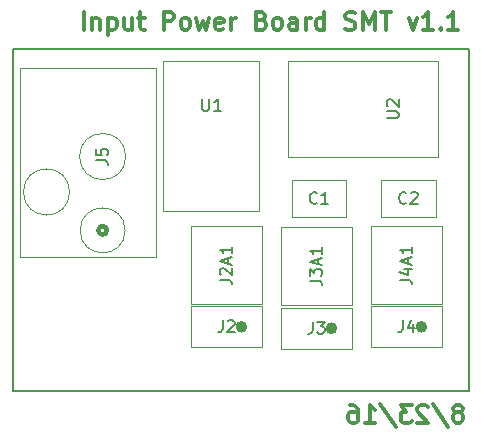
<source format=gbr>
G04 #@! TF.FileFunction,Other,Fab,Top*
%FSLAX46Y46*%
G04 Gerber Fmt 4.6, Leading zero omitted, Abs format (unit mm)*
G04 Created by KiCad (PCBNEW 4.0.1-3.201512221402+6198~38~ubuntu14.04.1-stable) date Tue 23 Aug 2016 07:26:35 PM PDT*
%MOMM*%
G01*
G04 APERTURE LIST*
%ADD10C,0.100000*%
%ADD11C,0.300000*%
%ADD12C,0.200000*%
%ADD13C,0.050000*%
%ADD14C,0.400000*%
%ADD15C,0.150000*%
%ADD16C,0.177800*%
G04 APERTURE END LIST*
D10*
D11*
X145541427Y-114121429D02*
X145684285Y-114050000D01*
X145755713Y-113978571D01*
X145827142Y-113835714D01*
X145827142Y-113764286D01*
X145755713Y-113621429D01*
X145684285Y-113550000D01*
X145541427Y-113478571D01*
X145255713Y-113478571D01*
X145112856Y-113550000D01*
X145041427Y-113621429D01*
X144969999Y-113764286D01*
X144969999Y-113835714D01*
X145041427Y-113978571D01*
X145112856Y-114050000D01*
X145255713Y-114121429D01*
X145541427Y-114121429D01*
X145684285Y-114192857D01*
X145755713Y-114264286D01*
X145827142Y-114407143D01*
X145827142Y-114692857D01*
X145755713Y-114835714D01*
X145684285Y-114907143D01*
X145541427Y-114978571D01*
X145255713Y-114978571D01*
X145112856Y-114907143D01*
X145041427Y-114835714D01*
X144969999Y-114692857D01*
X144969999Y-114407143D01*
X145041427Y-114264286D01*
X145112856Y-114192857D01*
X145255713Y-114121429D01*
X143255714Y-113407143D02*
X144541428Y-115335714D01*
X142827142Y-113621429D02*
X142755713Y-113550000D01*
X142612856Y-113478571D01*
X142255713Y-113478571D01*
X142112856Y-113550000D01*
X142041427Y-113621429D01*
X141969999Y-113764286D01*
X141969999Y-113907143D01*
X142041427Y-114121429D01*
X142898570Y-114978571D01*
X141969999Y-114978571D01*
X141469999Y-113478571D02*
X140541428Y-113478571D01*
X141041428Y-114050000D01*
X140827142Y-114050000D01*
X140684285Y-114121429D01*
X140612856Y-114192857D01*
X140541428Y-114335714D01*
X140541428Y-114692857D01*
X140612856Y-114835714D01*
X140684285Y-114907143D01*
X140827142Y-114978571D01*
X141255714Y-114978571D01*
X141398571Y-114907143D01*
X141469999Y-114835714D01*
X138827143Y-113407143D02*
X140112857Y-115335714D01*
X137541428Y-114978571D02*
X138398571Y-114978571D01*
X137969999Y-114978571D02*
X137969999Y-113478571D01*
X138112856Y-113692857D01*
X138255714Y-113835714D01*
X138398571Y-113907143D01*
X136255714Y-113478571D02*
X136541428Y-113478571D01*
X136684285Y-113550000D01*
X136755714Y-113621429D01*
X136898571Y-113835714D01*
X136970000Y-114121429D01*
X136970000Y-114692857D01*
X136898571Y-114835714D01*
X136827143Y-114907143D01*
X136684285Y-114978571D01*
X136398571Y-114978571D01*
X136255714Y-114907143D01*
X136184285Y-114835714D01*
X136112857Y-114692857D01*
X136112857Y-114335714D01*
X136184285Y-114192857D01*
X136255714Y-114121429D01*
X136398571Y-114050000D01*
X136684285Y-114050000D01*
X136827143Y-114121429D01*
X136898571Y-114192857D01*
X136970000Y-114335714D01*
X113718572Y-81704571D02*
X113718572Y-80204571D01*
X114432858Y-80704571D02*
X114432858Y-81704571D01*
X114432858Y-80847429D02*
X114504286Y-80776000D01*
X114647144Y-80704571D01*
X114861429Y-80704571D01*
X115004286Y-80776000D01*
X115075715Y-80918857D01*
X115075715Y-81704571D01*
X115790001Y-80704571D02*
X115790001Y-82204571D01*
X115790001Y-80776000D02*
X115932858Y-80704571D01*
X116218572Y-80704571D01*
X116361429Y-80776000D01*
X116432858Y-80847429D01*
X116504287Y-80990286D01*
X116504287Y-81418857D01*
X116432858Y-81561714D01*
X116361429Y-81633143D01*
X116218572Y-81704571D01*
X115932858Y-81704571D01*
X115790001Y-81633143D01*
X117790001Y-80704571D02*
X117790001Y-81704571D01*
X117147144Y-80704571D02*
X117147144Y-81490286D01*
X117218572Y-81633143D01*
X117361430Y-81704571D01*
X117575715Y-81704571D01*
X117718572Y-81633143D01*
X117790001Y-81561714D01*
X118290001Y-80704571D02*
X118861430Y-80704571D01*
X118504287Y-80204571D02*
X118504287Y-81490286D01*
X118575715Y-81633143D01*
X118718573Y-81704571D01*
X118861430Y-81704571D01*
X120504287Y-81704571D02*
X120504287Y-80204571D01*
X121075715Y-80204571D01*
X121218573Y-80276000D01*
X121290001Y-80347429D01*
X121361430Y-80490286D01*
X121361430Y-80704571D01*
X121290001Y-80847429D01*
X121218573Y-80918857D01*
X121075715Y-80990286D01*
X120504287Y-80990286D01*
X122218573Y-81704571D02*
X122075715Y-81633143D01*
X122004287Y-81561714D01*
X121932858Y-81418857D01*
X121932858Y-80990286D01*
X122004287Y-80847429D01*
X122075715Y-80776000D01*
X122218573Y-80704571D01*
X122432858Y-80704571D01*
X122575715Y-80776000D01*
X122647144Y-80847429D01*
X122718573Y-80990286D01*
X122718573Y-81418857D01*
X122647144Y-81561714D01*
X122575715Y-81633143D01*
X122432858Y-81704571D01*
X122218573Y-81704571D01*
X123218573Y-80704571D02*
X123504287Y-81704571D01*
X123790001Y-80990286D01*
X124075716Y-81704571D01*
X124361430Y-80704571D01*
X125504287Y-81633143D02*
X125361430Y-81704571D01*
X125075716Y-81704571D01*
X124932859Y-81633143D01*
X124861430Y-81490286D01*
X124861430Y-80918857D01*
X124932859Y-80776000D01*
X125075716Y-80704571D01*
X125361430Y-80704571D01*
X125504287Y-80776000D01*
X125575716Y-80918857D01*
X125575716Y-81061714D01*
X124861430Y-81204571D01*
X126218573Y-81704571D02*
X126218573Y-80704571D01*
X126218573Y-80990286D02*
X126290001Y-80847429D01*
X126361430Y-80776000D01*
X126504287Y-80704571D01*
X126647144Y-80704571D01*
X128790001Y-80918857D02*
X129004287Y-80990286D01*
X129075715Y-81061714D01*
X129147144Y-81204571D01*
X129147144Y-81418857D01*
X129075715Y-81561714D01*
X129004287Y-81633143D01*
X128861429Y-81704571D01*
X128290001Y-81704571D01*
X128290001Y-80204571D01*
X128790001Y-80204571D01*
X128932858Y-80276000D01*
X129004287Y-80347429D01*
X129075715Y-80490286D01*
X129075715Y-80633143D01*
X129004287Y-80776000D01*
X128932858Y-80847429D01*
X128790001Y-80918857D01*
X128290001Y-80918857D01*
X130004287Y-81704571D02*
X129861429Y-81633143D01*
X129790001Y-81561714D01*
X129718572Y-81418857D01*
X129718572Y-80990286D01*
X129790001Y-80847429D01*
X129861429Y-80776000D01*
X130004287Y-80704571D01*
X130218572Y-80704571D01*
X130361429Y-80776000D01*
X130432858Y-80847429D01*
X130504287Y-80990286D01*
X130504287Y-81418857D01*
X130432858Y-81561714D01*
X130361429Y-81633143D01*
X130218572Y-81704571D01*
X130004287Y-81704571D01*
X131790001Y-81704571D02*
X131790001Y-80918857D01*
X131718572Y-80776000D01*
X131575715Y-80704571D01*
X131290001Y-80704571D01*
X131147144Y-80776000D01*
X131790001Y-81633143D02*
X131647144Y-81704571D01*
X131290001Y-81704571D01*
X131147144Y-81633143D01*
X131075715Y-81490286D01*
X131075715Y-81347429D01*
X131147144Y-81204571D01*
X131290001Y-81133143D01*
X131647144Y-81133143D01*
X131790001Y-81061714D01*
X132504287Y-81704571D02*
X132504287Y-80704571D01*
X132504287Y-80990286D02*
X132575715Y-80847429D01*
X132647144Y-80776000D01*
X132790001Y-80704571D01*
X132932858Y-80704571D01*
X134075715Y-81704571D02*
X134075715Y-80204571D01*
X134075715Y-81633143D02*
X133932858Y-81704571D01*
X133647144Y-81704571D01*
X133504286Y-81633143D01*
X133432858Y-81561714D01*
X133361429Y-81418857D01*
X133361429Y-80990286D01*
X133432858Y-80847429D01*
X133504286Y-80776000D01*
X133647144Y-80704571D01*
X133932858Y-80704571D01*
X134075715Y-80776000D01*
X135861429Y-81633143D02*
X136075715Y-81704571D01*
X136432858Y-81704571D01*
X136575715Y-81633143D01*
X136647144Y-81561714D01*
X136718572Y-81418857D01*
X136718572Y-81276000D01*
X136647144Y-81133143D01*
X136575715Y-81061714D01*
X136432858Y-80990286D01*
X136147144Y-80918857D01*
X136004286Y-80847429D01*
X135932858Y-80776000D01*
X135861429Y-80633143D01*
X135861429Y-80490286D01*
X135932858Y-80347429D01*
X136004286Y-80276000D01*
X136147144Y-80204571D01*
X136504286Y-80204571D01*
X136718572Y-80276000D01*
X137361429Y-81704571D02*
X137361429Y-80204571D01*
X137861429Y-81276000D01*
X138361429Y-80204571D01*
X138361429Y-81704571D01*
X138861429Y-80204571D02*
X139718572Y-80204571D01*
X139290001Y-81704571D02*
X139290001Y-80204571D01*
X141218572Y-80704571D02*
X141575715Y-81704571D01*
X141932857Y-80704571D01*
X143290000Y-81704571D02*
X142432857Y-81704571D01*
X142861429Y-81704571D02*
X142861429Y-80204571D01*
X142718572Y-80418857D01*
X142575714Y-80561714D01*
X142432857Y-80633143D01*
X143932857Y-81561714D02*
X144004285Y-81633143D01*
X143932857Y-81704571D01*
X143861428Y-81633143D01*
X143932857Y-81561714D01*
X143932857Y-81704571D01*
X145432857Y-81704571D02*
X144575714Y-81704571D01*
X145004286Y-81704571D02*
X145004286Y-80204571D01*
X144861429Y-80418857D01*
X144718571Y-80561714D01*
X144575714Y-80633143D01*
D12*
X107696000Y-83312000D02*
X146304000Y-83312000D01*
X107696000Y-112268000D02*
X107696000Y-83312000D01*
X146304000Y-112268000D02*
X107696000Y-112268000D01*
X146304000Y-83312000D02*
X146304000Y-112268000D01*
D13*
X112518562Y-95456000D02*
G75*
G03X112518562Y-95456000I-1952562J0D01*
G01*
X117268562Y-92456000D02*
G75*
G03X117268562Y-92456000I-1952562J0D01*
G01*
X117219943Y-98706000D02*
G75*
G03X117219943Y-98706000I-1903943J0D01*
G01*
D14*
X115669553Y-98706000D02*
G75*
G03X115669553Y-98706000I-353553J0D01*
G01*
D13*
X119816000Y-100956000D02*
X119816000Y-99456000D01*
X108316000Y-100956000D02*
X119816000Y-100956000D01*
X108316000Y-84956000D02*
X108316000Y-100956000D01*
X110816000Y-84956000D02*
X108316000Y-84956000D01*
X119816000Y-84956000D02*
X110816000Y-84956000D01*
X119816000Y-99456000D02*
X119816000Y-84956000D01*
X135928000Y-97612000D02*
X135928000Y-94412000D01*
X135928000Y-97612000D02*
X131328000Y-97612000D01*
X131328000Y-97612000D02*
X131328000Y-94412000D01*
X135928000Y-94412000D02*
X131328000Y-94412000D01*
X136433500Y-98427000D02*
X136425940Y-105027000D01*
X136433500Y-98427000D02*
X130383500Y-98427000D01*
X136433500Y-105027000D02*
X130383500Y-105027000D01*
X130383500Y-98427000D02*
X130383500Y-105027000D01*
X130433500Y-108747500D02*
X136433500Y-108747500D01*
X130433500Y-108747500D02*
X130433500Y-105247500D01*
X136433500Y-105247500D02*
X130433500Y-105247500D01*
X136433500Y-108747500D02*
X136433500Y-105247500D01*
D14*
X134975048Y-106997500D02*
G75*
G03X134975048Y-106997500I-291548J0D01*
G01*
D13*
X144053500Y-98363500D02*
X144045940Y-104963500D01*
X144053500Y-98363500D02*
X138003500Y-98363500D01*
X144053500Y-104963500D02*
X138003500Y-104963500D01*
X138003500Y-98363500D02*
X138003500Y-104963500D01*
X128813500Y-98363500D02*
X128805940Y-104963500D01*
X128813500Y-98363500D02*
X122763500Y-98363500D01*
X128813500Y-104963500D02*
X122763500Y-104963500D01*
X122763500Y-98363500D02*
X122763500Y-104963500D01*
X138053500Y-108620500D02*
X144053500Y-108620500D01*
X138053500Y-108620500D02*
X138053500Y-105120500D01*
X144053500Y-105120500D02*
X138053500Y-105120500D01*
X144053500Y-108620500D02*
X144053500Y-105120500D01*
D14*
X142595048Y-106870500D02*
G75*
G03X142595048Y-106870500I-291548J0D01*
G01*
D13*
X122813500Y-108620500D02*
X128813500Y-108620500D01*
X122813500Y-108620500D02*
X122813500Y-105120500D01*
X128813500Y-105120500D02*
X122813500Y-105120500D01*
X128813500Y-108620500D02*
X128813500Y-105120500D01*
D14*
X127355048Y-106870500D02*
G75*
G03X127355048Y-106870500I-291548J0D01*
G01*
D13*
X120396000Y-84328000D02*
X128524000Y-84328000D01*
X120396000Y-97028000D02*
X120396000Y-84328000D01*
X120650000Y-97028000D02*
X120396000Y-97028000D01*
X128524000Y-97028000D02*
X120650000Y-97028000D01*
X128524000Y-84328000D02*
X128524000Y-97028000D01*
X143718280Y-84328000D02*
X143718280Y-92456000D01*
X131018280Y-84328000D02*
X143718280Y-84328000D01*
X131018280Y-84582000D02*
X131018280Y-84328000D01*
X131018280Y-92456000D02*
X131018280Y-84582000D01*
X143718280Y-92456000D02*
X131018280Y-92456000D01*
X143500000Y-97612000D02*
X143500000Y-94412000D01*
X143500000Y-97612000D02*
X138900000Y-97612000D01*
X138900000Y-97612000D02*
X138900000Y-94412000D01*
X143500000Y-94412000D02*
X138900000Y-94412000D01*
D15*
X114768381Y-92789333D02*
X115482667Y-92789333D01*
X115625524Y-92836953D01*
X115720762Y-92932191D01*
X115768381Y-93075048D01*
X115768381Y-93170286D01*
X114768381Y-91836952D02*
X114768381Y-92313143D01*
X115244571Y-92360762D01*
X115196952Y-92313143D01*
X115149333Y-92217905D01*
X115149333Y-91979809D01*
X115196952Y-91884571D01*
X115244571Y-91836952D01*
X115339810Y-91789333D01*
X115577905Y-91789333D01*
X115673143Y-91836952D01*
X115720762Y-91884571D01*
X115768381Y-91979809D01*
X115768381Y-92217905D01*
X115720762Y-92313143D01*
X115673143Y-92360762D01*
X133461334Y-96369143D02*
X133413715Y-96416762D01*
X133270858Y-96464381D01*
X133175620Y-96464381D01*
X133032762Y-96416762D01*
X132937524Y-96321524D01*
X132889905Y-96226286D01*
X132842286Y-96035810D01*
X132842286Y-95892952D01*
X132889905Y-95702476D01*
X132937524Y-95607238D01*
X133032762Y-95512000D01*
X133175620Y-95464381D01*
X133270858Y-95464381D01*
X133413715Y-95512000D01*
X133461334Y-95559619D01*
X134413715Y-96464381D02*
X133842286Y-96464381D01*
X134128000Y-96464381D02*
X134128000Y-95464381D01*
X134032762Y-95607238D01*
X133937524Y-95702476D01*
X133842286Y-95750095D01*
X132865881Y-102965095D02*
X133580167Y-102965095D01*
X133723024Y-103012715D01*
X133818262Y-103107953D01*
X133865881Y-103250810D01*
X133865881Y-103346048D01*
X132865881Y-102584143D02*
X132865881Y-101965095D01*
X133246833Y-102298429D01*
X133246833Y-102155571D01*
X133294452Y-102060333D01*
X133342071Y-102012714D01*
X133437310Y-101965095D01*
X133675405Y-101965095D01*
X133770643Y-102012714D01*
X133818262Y-102060333D01*
X133865881Y-102155571D01*
X133865881Y-102441286D01*
X133818262Y-102536524D01*
X133770643Y-102584143D01*
X133580167Y-101584143D02*
X133580167Y-101107952D01*
X133865881Y-101679381D02*
X132865881Y-101346048D01*
X133865881Y-101012714D01*
X133865881Y-100155571D02*
X133865881Y-100727000D01*
X133865881Y-100441286D02*
X132865881Y-100441286D01*
X133008738Y-100536524D01*
X133103976Y-100631762D01*
X133151595Y-100727000D01*
X133100167Y-106449881D02*
X133100167Y-107164167D01*
X133052547Y-107307024D01*
X132957309Y-107402262D01*
X132814452Y-107449881D01*
X132719214Y-107449881D01*
X133481119Y-106449881D02*
X134100167Y-106449881D01*
X133766833Y-106830833D01*
X133909691Y-106830833D01*
X134004929Y-106878452D01*
X134052548Y-106926071D01*
X134100167Y-107021310D01*
X134100167Y-107259405D01*
X134052548Y-107354643D01*
X134004929Y-107402262D01*
X133909691Y-107449881D01*
X133623976Y-107449881D01*
X133528738Y-107402262D01*
X133481119Y-107354643D01*
X140485881Y-102901595D02*
X141200167Y-102901595D01*
X141343024Y-102949215D01*
X141438262Y-103044453D01*
X141485881Y-103187310D01*
X141485881Y-103282548D01*
X140819214Y-101996833D02*
X141485881Y-101996833D01*
X140438262Y-102234929D02*
X141152548Y-102473024D01*
X141152548Y-101853976D01*
X141200167Y-101520643D02*
X141200167Y-101044452D01*
X141485881Y-101615881D02*
X140485881Y-101282548D01*
X141485881Y-100949214D01*
X141485881Y-100092071D02*
X141485881Y-100663500D01*
X141485881Y-100377786D02*
X140485881Y-100377786D01*
X140628738Y-100473024D01*
X140723976Y-100568262D01*
X140771595Y-100663500D01*
X125245881Y-102901595D02*
X125960167Y-102901595D01*
X126103024Y-102949215D01*
X126198262Y-103044453D01*
X126245881Y-103187310D01*
X126245881Y-103282548D01*
X125341119Y-102473024D02*
X125293500Y-102425405D01*
X125245881Y-102330167D01*
X125245881Y-102092071D01*
X125293500Y-101996833D01*
X125341119Y-101949214D01*
X125436357Y-101901595D01*
X125531595Y-101901595D01*
X125674452Y-101949214D01*
X126245881Y-102520643D01*
X126245881Y-101901595D01*
X125960167Y-101520643D02*
X125960167Y-101044452D01*
X126245881Y-101615881D02*
X125245881Y-101282548D01*
X126245881Y-100949214D01*
X126245881Y-100092071D02*
X126245881Y-100663500D01*
X126245881Y-100377786D02*
X125245881Y-100377786D01*
X125388738Y-100473024D01*
X125483976Y-100568262D01*
X125531595Y-100663500D01*
X140720167Y-106322881D02*
X140720167Y-107037167D01*
X140672547Y-107180024D01*
X140577309Y-107275262D01*
X140434452Y-107322881D01*
X140339214Y-107322881D01*
X141624929Y-106656214D02*
X141624929Y-107322881D01*
X141386833Y-106275262D02*
X141148738Y-106989548D01*
X141767786Y-106989548D01*
X125480167Y-106322881D02*
X125480167Y-107037167D01*
X125432547Y-107180024D01*
X125337309Y-107275262D01*
X125194452Y-107322881D01*
X125099214Y-107322881D01*
X125908738Y-106418119D02*
X125956357Y-106370500D01*
X126051595Y-106322881D01*
X126289691Y-106322881D01*
X126384929Y-106370500D01*
X126432548Y-106418119D01*
X126480167Y-106513357D01*
X126480167Y-106608595D01*
X126432548Y-106751452D01*
X125861119Y-107322881D01*
X126480167Y-107322881D01*
D16*
X123736705Y-87581619D02*
X123736705Y-88404095D01*
X123785086Y-88500857D01*
X123833467Y-88549238D01*
X123930229Y-88597619D01*
X124123752Y-88597619D01*
X124220514Y-88549238D01*
X124268895Y-88500857D01*
X124317276Y-88404095D01*
X124317276Y-87581619D01*
X125333276Y-88597619D02*
X124752705Y-88597619D01*
X125042991Y-88597619D02*
X125042991Y-87581619D01*
X124946229Y-87726762D01*
X124849467Y-87823524D01*
X124752705Y-87871905D01*
X139351899Y-89216895D02*
X140174375Y-89216895D01*
X140271137Y-89168514D01*
X140319518Y-89120133D01*
X140367899Y-89023371D01*
X140367899Y-88829848D01*
X140319518Y-88733086D01*
X140271137Y-88684705D01*
X140174375Y-88636324D01*
X139351899Y-88636324D01*
X139448661Y-88200895D02*
X139400280Y-88152514D01*
X139351899Y-88055752D01*
X139351899Y-87813848D01*
X139400280Y-87717086D01*
X139448661Y-87668705D01*
X139545423Y-87620324D01*
X139642185Y-87620324D01*
X139787328Y-87668705D01*
X140367899Y-88249276D01*
X140367899Y-87620324D01*
D15*
X141033334Y-96369143D02*
X140985715Y-96416762D01*
X140842858Y-96464381D01*
X140747620Y-96464381D01*
X140604762Y-96416762D01*
X140509524Y-96321524D01*
X140461905Y-96226286D01*
X140414286Y-96035810D01*
X140414286Y-95892952D01*
X140461905Y-95702476D01*
X140509524Y-95607238D01*
X140604762Y-95512000D01*
X140747620Y-95464381D01*
X140842858Y-95464381D01*
X140985715Y-95512000D01*
X141033334Y-95559619D01*
X141414286Y-95559619D02*
X141461905Y-95512000D01*
X141557143Y-95464381D01*
X141795239Y-95464381D01*
X141890477Y-95512000D01*
X141938096Y-95559619D01*
X141985715Y-95654857D01*
X141985715Y-95750095D01*
X141938096Y-95892952D01*
X141366667Y-96464381D01*
X141985715Y-96464381D01*
M02*

</source>
